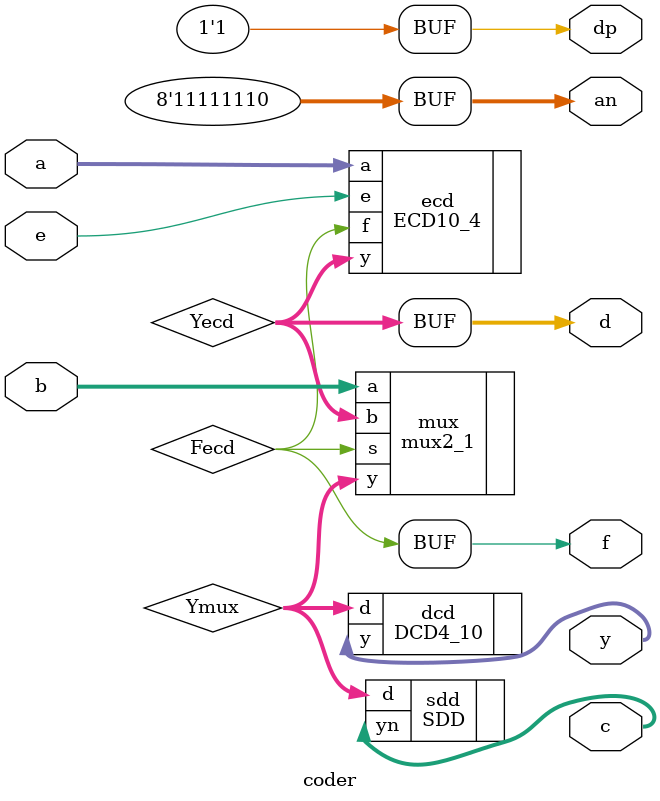
<source format=v>
`timescale 1ns / 1ps


module coder(
    input e,
    input [9:0] a,
    input [3:0] b,
    output f,
    output [3:0] d,
    output [9:0] y,
    output [6:0] c,
    output dp,
    output [7:0] an
    );

    wire [3:0]Yecd;
    wire Fecd;
    wire [3:0]Ymux;
    wire [9:0]Ydcd;
    SDD sdd(
        .d (Ymux),
        .yn (c)
    );

    ECD10_4 ecd(
        .e (e),
        .a (a),
        .f (Fecd),
        .y (Yecd)
    );

    DCD4_10 dcd(
        .d (Ymux),
        .y (y)
    );

    mux2_1 mux(
        .b (Yecd),
        .a (b),
        .s (Fecd),
        .y (Ymux)
    );

    assign an = 8'b1111_1110;
    assign dp = 1'b1;
    assign d = Yecd;
    assign f = Fecd;

endmodule

</source>
